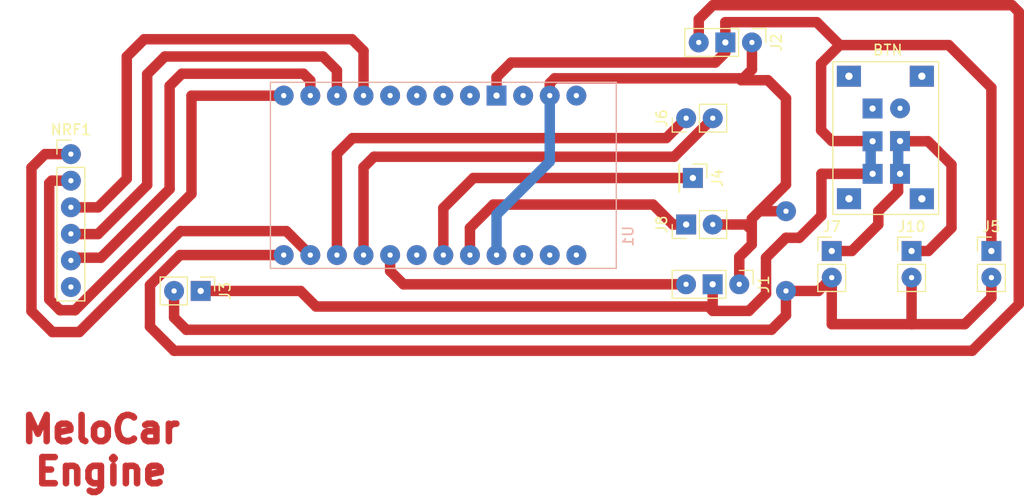
<source format=kicad_pcb>
(kicad_pcb (version 20211014) (generator pcbnew)
  (layers (0 "F.Cu" signal) (31 "B.Cu" signal) (34 "B.Paste" user) (35 "F.Paste" user) (36 "B.SilkS" user "B.Silkscreen") (37 "F.SilkS" user "F.Silkscreen") (38 "B.Mask" user) (39 "F.Mask" user) (44 "Edge.Cuts" user))
  (net 0 "")
  (net 1 "GND")
  (net 2 "+12V")
  (net 3 "+5V")
  (net 15 "Net-(U1-PadJP7_2)")
  (net 16 "Net-(U1-PadJP6_12)")
  (net 17 "Net-(U1-PadJP6_9)")
  (net 18 "Net-(U1-PadJP6_10)")
  (net 19 "Net-(U1-PadJP6_11)")
  (net 20 "Net-(J8-Pad1)")
  (net 21 "Net-(J1-Pad3)")
  (net 22 "Net-(J6-Pad1)")
  (net 23 "Net-(J6-Pad2)")
  (net 24 "Net-(J2-Pad3)")
  (net 25 "Net-(U1-PadJP7_7)")
  (footprint "Connector_PinHeader_2.54mm:PinHeader_1x06_P2.54mm_Vertical" (layer "F.Cu") (at 18.087792 26.29412)
    (fp_text reference "NRF1" (at 0 -2.33) (layer "F.SilkS"))
    (fp_text value "Conn_01x06_Male")
    (fp_line (start -1.33 1.27) (end 1.33 1.27) (layer "F.SilkS") (width 0.12))
    (fp_line (start -1.33 14.03) (end 1.33 14.03) (layer "F.SilkS") (width 0.12))
    (fp_line (start -1.33 -1.33) (end 0 -1.33) (layer "F.SilkS") (width 0.12))
    (fp_line (start -1.33 1.27) (end -1.33 14.03) (layer "F.SilkS") (width 0.12))
    (fp_line (start 1.33 1.27) (end 1.33 14.03) (layer "F.SilkS") (width 0.12))
    (fp_line (start -1.33 0) (end -1.33 -1.33) (layer "F.SilkS") (width 0.12))
    (pad "1" thru_hole oval (at 0 0) (size 1.9 1.9) (drill 0.5) (layers *.Cu *.Mask) (net 15 "Net-(U1-PadJP7_2)"))
    (pad "2" thru_hole oval (at 0 2.54) (size 1.9 1.9) (drill 0.5) (layers *.Cu *.Mask) (net 16 "Net-(U1-PadJP6_12)"))
    (pad "3" thru_hole oval (at 0 5.08) (size 1.9 1.9) (drill 0.5) (layers *.Cu *.Mask) (net 17 "Net-(U1-PadJP6_9)"))
    (pad "4" thru_hole oval (at 0 7.62) (size 1.9 1.9) (drill 0.5) (layers *.Cu *.Mask) (net 18 "Net-(U1-PadJP6_10)"))
    (pad "5" thru_hole oval (at 0 10.16) (size 1.9 1.9) (drill 0.5) (layers *.Cu *.Mask) (net 19 "Net-(U1-PadJP6_11)"))
    (pad "6" thru_hole oval (at 0 12.7) (size 1.9 1.9) (drill 0.5) (layers *.Cu *.Mask))
  )
  (footprint "Connector_PinHeader_2.54mm:PinHeader_1x01_P2.54mm_Vertical" (layer "F.Cu") (at 77.47 28.575 -90)
    (fp_text reference "J4" (at 0 -2.33 90) (layer "F.SilkS"))
    (fp_text value "Accel")
    (fp_line (start -1.33 1.33) (end 1.33 1.33) (layer "F.SilkS") (width 0.12))
    (fp_line (start -1.33 -1.33) (end 0 -1.33) (layer "F.SilkS") (width 0.12))
    (fp_line (start -1.33 1.27) (end 1.33 1.27) (layer "F.SilkS") (width 0.12))
    (fp_line (start -1.33 1.27) (end -1.33 1.33) (layer "F.SilkS") (width 0.12))
    (fp_line (start -1.33 0) (end -1.33 -1.33) (layer "F.SilkS") (width 0.12))
    (fp_line (start 1.33 1.27) (end 1.33 1.33) (layer "F.SilkS") (width 0.12))
    (pad "1" thru_hole rect (at 0 0 270) (size 1.9 1.9) (drill 0.6) (layers *.Cu *.Mask) (net 25 "Net-(U1-PadJP7_7)"))
  )
  (footprint "Connector_PinHeader_2.54mm:PinHeader_1x02_P2.54mm_Vertical" (layer "F.Cu") (at 98.350716 35.555)
    (fp_text reference "J10" (at 0 -2.33) (layer "F.SilkS"))
    (fp_text value "Motor-PWR-IN")
    (fp_line (start -1.33 3.87) (end 1.33 3.87) (layer "F.SilkS") (width 0.12))
    (fp_line (start -1.33 1.27) (end -1.33 3.87) (layer "F.SilkS") (width 0.12))
    (fp_line (start 1.33 1.27) (end 1.33 3.87) (layer "F.SilkS") (width 0.12))
    (fp_line (start -1.33 -1.33) (end 0 -1.33) (layer "F.SilkS") (width 0.12))
    (fp_line (start -1.33 1.27) (end 1.33 1.27) (layer "F.SilkS") (width 0.12))
    (fp_line (start -1.33 0) (end -1.33 -1.33) (layer "F.SilkS") (width 0.12))
    (pad "1" thru_hole rect (at 0 0) (size 1.9 1.9) (drill 0.6) (layers *.Cu *.Mask) (net 2 "+12V"))
    (pad "2" thru_hole oval (at 0 2.54) (size 1.9 1.9) (drill 0.5) (layers *.Cu *.Mask) (net 1 "GND"))
  )
  (footprint "Connector_PinHeader_2.54mm:PinHeader_1x03_P2.54mm_Vertical" (layer "F.Cu") (at 81.9 38.735 -90)
    (fp_text reference "J1" (at 0 -2.33 90) (layer "F.SilkS"))
    (fp_text value "Led")
    (fp_line (start -1.33 1.27) (end 1.33 1.27) (layer "F.SilkS") (width 0.12))
    (fp_line (start 1.33 1.27) (end 1.33 6.41) (layer "F.SilkS") (width 0.12))
    (fp_line (start -1.33 -1.33) (end 0 -1.33) (layer "F.SilkS") (width 0.12))
    (fp_line (start -1.33 0) (end -1.33 -1.33) (layer "F.SilkS") (width 0.12))
    (fp_line (start -1.33 1.27) (end -1.33 6.41) (layer "F.SilkS") (width 0.12))
    (fp_line (start -1.33 6.41) (end 1.33 6.41) (layer "F.SilkS") (width 0.12))
    (pad "1" thru_hole oval (at 0 0 270) (size 1.9 1.9) (drill 0.5) (layers *.Cu *.Mask) (net 1 "GND"))
    (pad "2" thru_hole rect (at 0 2.54 270) (size 1.9 1.9) (drill 0.6) (layers *.Cu *.Mask) (net 3 "+5V"))
    (pad "3" thru_hole oval (at 0 5.08 270) (size 1.9 1.9) (drill 0.5) (layers *.Cu *.Mask) (net 21 "Net-(J1-Pad3)"))
  )
  (footprint "Connector_PinHeader_2.54mm:PinHeader_1x02_P2.54mm_Vertical" (layer "F.Cu") (at 76.83 22.86 90)
    (fp_text reference "J6" (at 0 -2.33 90) (layer "F.SilkS"))
    (fp_text value "MOTOR-CTRL")
    (fp_line (start 1.33 1.27) (end 1.33 3.87) (layer "F.SilkS") (width 0.12))
    (fp_line (start -1.33 1.27) (end -1.33 3.87) (layer "F.SilkS") (width 0.12))
    (fp_line (start -1.33 0) (end -1.33 -1.33) (layer "F.SilkS") (width 0.12))
    (fp_line (start -1.33 3.87) (end 1.33 3.87) (layer "F.SilkS") (width 0.12))
    (fp_line (start -1.33 -1.33) (end 0 -1.33) (layer "F.SilkS") (width 0.12))
    (fp_line (start -1.33 1.27) (end 1.33 1.27) (layer "F.SilkS") (width 0.12))
    (pad "1" thru_hole oval (at 0 0 90) (size 1.9 1.9) (drill 0.5) (layers *.Cu *.Mask) (net 22 "Net-(J6-Pad1)"))
    (pad "2" thru_hole oval (at 0 2.54 90) (size 1.9 1.9) (drill 0.5) (layers *.Cu *.Mask) (net 23 "Net-(J6-Pad2)"))
  )
  (footprint "" (layer "F.Cu") (at 86.36 31.75)
    (fp_text reference "" (at 0 0) (layer "F.SilkS") (effects (font (size 1.27 1.27))))
    (fp_text value "" (at 0 0) (layer "F.SilkS") (effects (font (size 1.27 1.27))))
    (pad "2" thru_hole oval (at 0 0) (size 1.9 1.9) (drill 0.5) (layers *.Cu *.Mask) (net 1 "GND"))
  )
  (footprint "Connector_PinHeader_2.54mm:PinHeader_1x02_P2.54mm_Vertical" (layer "F.Cu") (at 105.970716 35.555)
    (fp_text reference "J5" (at 0 -2.33) (layer "F.SilkS"))
    (fp_text value "Micro-Power-IN")
    (fp_line (start 1.33 1.27) (end 1.33 3.87) (layer "F.SilkS") (width 0.12))
    (fp_line (start -1.33 3.87) (end 1.33 3.87) (layer "F.SilkS") (width 0.12))
    (fp_line (start -1.33 1.27) (end 1.33 1.27) (layer "F.SilkS") (width 0.12))
    (fp_line (start -1.33 -1.33) (end 0 -1.33) (layer "F.SilkS") (width 0.12))
    (fp_line (start -1.33 0) (end -1.33 -1.33) (layer "F.SilkS") (width 0.12))
    (fp_line (start -1.33 1.27) (end -1.33 3.87) (layer "F.SilkS") (width 0.12))
    (pad "1" thru_hole rect (at 0 0) (size 1.9 1.9) (drill 0.6) (layers *.Cu *.Mask) (net 3 "+5V"))
    (pad "2" thru_hole oval (at 0 2.54) (size 1.9 1.9) (drill 0.5) (layers *.Cu *.Mask) (net 1 "GND"))
  )
  (footprint "Connector_PinHeader_2.54mm:PinHeader_1x02_P2.54mm_Vertical" (layer "F.Cu") (at 76.83 33.02 90)
    (fp_text reference "J8" (at 0 -2.33 90) (layer "F.SilkS"))
    (fp_text value "Horn")
    (fp_line (start -1.33 -1.33) (end 0 -1.33) (layer "F.SilkS") (width 0.12))
    (fp_line (start -1.33 1.27) (end 1.33 1.27) (layer "F.SilkS") (width 0.12))
    (fp_line (start -1.33 1.27) (end -1.33 3.87) (layer "F.SilkS") (width 0.12))
    (fp_line (start 1.33 1.27) (end 1.33 3.87) (layer "F.SilkS") (width 0.12))
    (fp_line (start -1.33 0) (end -1.33 -1.33) (layer "F.SilkS") (width 0.12))
    (fp_line (start -1.33 3.87) (end 1.33 3.87) (layer "F.SilkS") (width 0.12))
    (pad "1" thru_hole rect (at 0 0 90) (size 1.9 1.9) (drill 0.6) (layers *.Cu *.Mask) (net 20 "Net-(J8-Pad1)"))
    (pad "2" thru_hole oval (at 0 2.54 90) (size 1.9 1.9) (drill 0.5) (layers *.Cu *.Mask) (net 1 "GND"))
  )
  (footprint "Connector_PinHeader_2.54mm:PinHeader_1x03_P2.54mm_Vertical" (layer "F.Cu") (at 83.110716 15.621 -90)
    (fp_text reference "J2" (at 0 -2.33 90) (layer "F.SilkS"))
    (fp_text value "Servo")
    (fp_line (start -1.33 0) (end -1.33 -1.33) (layer "F.SilkS") (width 0.12))
    (fp_line (start -1.33 1.27) (end -1.33 6.41) (layer "F.SilkS") (width 0.12))
    (fp_line (start -1.33 6.41) (end 1.33 6.41) (layer "F.SilkS") (width 0.12))
    (fp_line (start 1.33 1.27) (end 1.33 6.41) (layer "F.SilkS") (width 0.12))
    (fp_line (start -1.33 -1.33) (end 0 -1.33) (layer "F.SilkS") (width 0.12))
    (fp_line (start -1.33 1.27) (end 1.33 1.27) (layer "F.SilkS") (width 0.12))
    (pad "1" thru_hole oval (at 0 0 270) (size 1.9 1.9) (drill 0.5) (layers *.Cu *.Mask) (net 1 "GND"))
    (pad "2" thru_hole rect (at 0 2.54 270) (size 1.9 1.9) (drill 0.6) (layers *.Cu *.Mask) (net 3 "+5V"))
    (pad "3" thru_hole oval (at 0 5.08 270) (size 1.9 1.9) (drill 0.5) (layers *.Cu *.Mask) (net 24 "Net-(J2-Pad3)"))
  )
  (footprint "Connector_PinHeader_2.54mm:PushButton_6_pin" (layer "F.Cu") (at 92.332 18.968)
    (fp_text reference "BTN" (at 3.74 -2.618) (layer "F.SilkS"))
    (fp_text value "PushButton_6_pin")
    (fp_line (start -1.491194 -1.496) (end 8.602 -1.496) (layer "F.SilkS") (width 0.12))
    (fp_line (start -1.491194 13.09) (end 8.602 13.09) (layer "F.SilkS") (width 0.12))
    (fp_line (start 8.602 -1.496) (end 8.602 13.09) (layer "F.SilkS") (width 0.12))
    (fp_line (start -1.491194 -1.496) (end -1.491194 13.09) (layer "F.SilkS") (width 0.12))
    (pad "" thru_hole rect (at 0.043736 11.586152) (size 2.3 2) (drill 0.7) (layers *.Cu *.Mask))
    (pad "" thru_hole rect (at 0.03893 -0.118391) (size 2.3 2) (drill 0.7) (layers *.Cu *.Mask))
    (pad "" thru_hole rect (at 7.000509 11.59419) (size 2.3 2) (drill 0.7) (layers *.Cu *.Mask))
    (pad "" thru_hole rect (at 7.000509 -0.118391) (size 2.3 2) (drill 0.7) (layers *.Cu *.Mask))
    (pad "1" thru_hole rect (at 2.294688 2.967779) (size 1.9 1.9) (drill 0.6) (layers *.Cu *.Mask))
    (pad "2" thru_hole oval (at 4.918896 2.948554) (size 1.9 1.9) (drill 0.5) (layers *.Cu *.Mask))
    (pad "3" thru_hole rect (at 2.29506 6.097205) (size 1.9 1.9) (drill 0.6) (layers *.Cu *.Mask) (net 3 "+5V"))
    (pad "4" thru_hole rect (at 4.919268 6.07798) (size 1.9 1.9) (drill 0.6) (layers *.Cu *.Mask) (net 2 "+12V"))
    (pad "5" thru_hole rect (at 2.30164 9.207406) (size 1.9 1.9) (drill 0.6) (layers *.Cu *.Mask) (net 3 "+5V"))
    (pad "6" thru_hole rect (at 4.91964 9.207406) (size 1.9 1.9) (drill 0.6) (layers *.Cu *.Mask) (net 2 "+12V"))
  )
  (footprint "" (layer "F.Cu") (at 86.36 39.37)
    (fp_text reference "" (at 0 0) (layer "F.SilkS") (effects (font (size 1.27 1.27))))
    (fp_text value "" (at 0 0) (layer "F.SilkS") (effects (font (size 1.27 1.27))))
    (pad "2" thru_hole oval (at 0 0) (size 1.9 1.9) (drill 0.5) (layers *.Cu *.Mask) (net 1 "GND"))
  )
  (footprint "Connector_PinHeader_2.54mm:PinHeader_1x02_P2.54mm_Vertical" (layer "F.Cu") (at 90.730716 35.555)
    (fp_text reference "J7" (at 0 -2.33) (layer "F.SilkS"))
    (fp_text value "MOTOR-PWR-OUT")
    (fp_line (start 1.33 1.27) (end 1.33 3.87) (layer "F.SilkS") (width 0.12))
    (fp_line (start -1.33 1.27) (end 1.33 1.27) (layer "F.SilkS") (width 0.12))
    (fp_line (start -1.33 1.27) (end -1.33 3.87) (layer "F.SilkS") (width 0.12))
    (fp_line (start -1.33 0) (end -1.33 -1.33) (layer "F.SilkS") (width 0.12))
    (fp_line (start -1.33 3.87) (end 1.33 3.87) (layer "F.SilkS") (width 0.12))
    (fp_line (start -1.33 -1.33) (end 0 -1.33) (layer "F.SilkS") (width 0.12))
    (pad "1" thru_hole rect (at 0 0) (size 1.9 1.9) (drill 0.6) (layers *.Cu *.Mask) (net 2 "+12V"))
    (pad "2" thru_hole oval (at 0 2.54) (size 1.9 1.9) (drill 0.5) (layers *.Cu *.Mask) (net 1 "GND"))
  )
  (footprint "Connector_PinHeader_2.54mm:PinHeader_1x02_P2.54mm_Vertical" (layer "F.Cu") (at 30.48 39.37 -90)
    (fp_text reference "J3" (at 0 -2.33 90) (layer "F.SilkS"))
    (fp_text value "NRF-Power")
    (fp_line (start -1.33 -1.33) (end 0 -1.33) (layer "F.SilkS") (width 0.12))
    (fp_line (start 1.33 1.27) (end 1.33 3.87) (layer "F.SilkS") (width 0.12))
    (fp_line (start -1.33 1.27) (end 1.33 1.27) (layer "F.SilkS") (width 0.12))
    (fp_line (start -1.33 0) (end -1.33 -1.33) (layer "F.SilkS") (width 0.12))
    (fp_line (start -1.33 1.27) (end -1.33 3.87) (layer "F.SilkS") (width 0.12))
    (fp_line (start -1.33 3.87) (end 1.33 3.87) (layer "F.SilkS") (width 0.12))
    (pad "1" thru_hole rect (at 0 0 270) (size 1.9 1.9) (drill 0.6) (layers *.Cu *.Mask) (net 3 "+5V"))
    (pad "2" thru_hole oval (at 0 2.54 270) (size 1.9 1.9) (drill 0.5) (layers *.Cu *.Mask) (net 1 "GND"))
  )
  (footprint "Arduino pro mini:MODULE_ARDUINO_PRO_MINI" (layer "B.Cu") (at 53.646716 28.321 90)
    (fp_text reference "U1" (at -5.825 17.635 90) (layer "B.SilkS") (effects (justify mirror)))
    (fp_text value "ARDUINO_PRO_MINI")
    (fp_line (start -8.89 16.51) (end -8.89 -16.51) (layer "B.SilkS") (width 0.127))
    (fp_line (start 8.89 -16.51) (end 8.89 16.51) (layer "B.SilkS") (width 0.127))
    (fp_line (start 8.89 16.51) (end -8.89 16.51) (layer "B.SilkS") (width 0.127))
    (fp_line (start -8.89 -16.51) (end 8.89 -16.51) (layer "B.SilkS") (width 0.127))
    (pad "JP6_1" thru_hole oval (at 7.62 12.7 90) (size 1.9 1.9) (drill 0.5) (layers *.Cu *.Mask))
    (pad "JP6_2" thru_hole oval (at 7.62 10.16 90) (size 1.9 1.9) (drill 0.5) (layers *.Cu *.Mask) (net 1 "GND"))
    (pad "JP6_3" thru_hole oval (at 7.62 7.62 90) (size 1.9 1.9) (drill 0.5) (layers *.Cu *.Mask))
    (pad "JP6_4" thru_hole rect (at 7.62 5.08 90) (size 1.9 1.9) (drill 0.6) (layers *.Cu *.Mask) (net 3 "+5V"))
    (pad "JP6_5" thru_hole oval (at 7.62 2.54 90) (size 1.9 1.9) (drill 0.5) (layers *.Cu *.Mask))
    (pad "JP6_6" thru_hole oval (at 7.62 0 90) (size 1.9 1.9) (drill 0.5) (layers *.Cu *.Mask))
    (pad "JP6_7" thru_hole oval (at 7.62 -2.54 90) (size 1.9 1.9) (drill 0.5) (layers *.Cu *.Mask))
    (pad "JP6_8" thru_hole oval (at 7.62 -5.08 90) (size 1.9 1.9) (drill 0.5) (layers *.Cu *.Mask))
    (pad "JP6_9" thru_hole oval (at 7.62 -7.62 90) (size 1.9 1.9) (drill 0.5) (layers *.Cu *.Mask) (net 17 "Net-(U1-PadJP6_9)"))
    (pad "JP6_10" thru_hole oval (at 7.62 -10.16 90) (size 1.9 1.9) (drill 0.5) (layers *.Cu *.Mask) (net 18 "Net-(U1-PadJP6_10)"))
    (pad "JP6_11" thru_hole oval (at 7.62 -12.7 90) (size 1.9 1.9) (drill 0.5) (layers *.Cu *.Mask) (net 19 "Net-(U1-PadJP6_11)"))
    (pad "JP6_12" thru_hole oval (at 7.62 -15.24 90) (size 1.9 1.9) (drill 0.5) (layers *.Cu *.Mask) (net 16 "Net-(U1-PadJP6_12)"))
    (pad "JP7_1" thru_hole oval (at -7.62 -15.24 90) (size 1.9 1.9) (drill 0.5) (layers *.Cu *.Mask) (net 24 "Net-(J2-Pad3)"))
    (pad "JP7_2" thru_hole oval (at -7.62 -12.7 90) (size 1.9 1.9) (drill 0.5) (layers *.Cu *.Mask) (net 15 "Net-(U1-PadJP7_2)"))
    (pad "JP7_3" thru_hole oval (at -7.62 -10.16 90) (size 1.9 1.9) (drill 0.5) (layers *.Cu *.Mask) (net 22 "Net-(J6-Pad1)"))
    (pad "JP7_4" thru_hole oval (at -7.62 -7.62 90) (size 1.9 1.9) (drill 0.5) (layers *.Cu *.Mask) (net 23 "Net-(J6-Pad2)"))
    (pad "JP7_5" thru_hole oval (at -7.62 -5.08 90) (size 1.9 1.9) (drill 0.5) (layers *.Cu *.Mask) (net 21 "Net-(J1-Pad3)"))
    (pad "JP7_6" thru_hole oval (at -7.62 -2.54 90) (size 1.9 1.9) (drill 0.5) (layers *.Cu *.Mask))
    (pad "JP7_7" thru_hole oval (at -7.62 0 90) (size 1.9 1.9) (drill 0.5) (layers *.Cu *.Mask) (net 25 "Net-(U1-PadJP7_7)"))
    (pad "JP7_8" thru_hole oval (at -7.62 2.54 90) (size 1.9 1.9) (drill 0.5) (layers *.Cu *.Mask) (net 20 "Net-(J8-Pad1)"))
    (pad "JP7_9" thru_hole oval (at -7.62 5.08 90) (size 1.9 1.9) (drill 0.5) (layers *.Cu *.Mask) (net 1 "GND"))
    (pad "JP7_10" thru_hole oval (at -7.62 7.62 90) (size 1.9 1.9) (drill 0.5) (layers *.Cu *.Mask))
    (pad "JP7_11" thru_hole oval (at -7.62 10.16 90) (size 1.9 1.9) (drill 0.5) (layers *.Cu *.Mask))
    (pad "JP7_12" thru_hole oval (at -7.62 12.7 90) (size 1.9 1.9) (drill 0.5) (layers *.Cu *.Mask))
  )
  (gr_text "MeloCar\nEngine" (at 20.955 54.61) (layer "F.Cu") (effects (font (size 2.5 2.5) (thickness 0.625))))
  (segment (start 86.36 29.205) (end 83.815 31.75) (width 1) (layer "F.Cu") (net 1))
  (segment (start 79.37 33.02) (end 82.55 33.02) (width 1) (layer "F.Cu") (net 1))
  (segment (start 84.976542 43.076837) (end 86.36 41.693379) (width 1) (layer "F.Cu") (net 1))
  (segment (start 27.94 41.91) (end 29.106837 43.076837) (width 1) (layer "F.Cu") (net 1))
  (segment (start 63.806716 20.701) (end 63.806716 19.518616) (width 1) (layer "F.Cu") (net 1))
  (segment (start 81.915 19.05) (end 82.096892 19.231892) (width 1) (layer "F.Cu") (net 1))
  (segment (start 81.9 38.735) (end 81.9 36.120716) (width 1) (layer "F.Cu") (net 1))
  (segment (start 103.430716 42.545) (end 105.970716 40.005) (width 1) (layer "F.Cu") (net 1))
  (segment (start 83.095716 33.565716) (end 83.095716 32.469284) (width 1) (layer "F.Cu") (net 1))
  (segment (start 63.806716 19.518616) (end 64.275332 19.05) (width 1) (layer "F.Cu") (net 1))
  (segment (start 64.275332 19.05) (end 81.915 19.05) (width 1) (layer "F.Cu") (net 1))
  (segment (start 83.110716 15.621) (end 83.110716 18.218067) (width 1) (layer "F.Cu") (net 1))
  (segment (start 82.096892 19.231892) (end 84.636892 19.231892) (width 1) (layer "F.Cu") (net 1))
  (segment (start 89.455716 39.37) (end 90.730716 38.095) (width 1) (layer "F.Cu") (net 1))
  (segment (start 98.350716 42.545) (end 103.430716 42.545) (width 1) (layer "F.Cu") (net 1))
  (segment (start 83.095716 34.925) (end 83.095716 33.565716) (width 1) (layer "F.Cu") (net 1))
  (segment (start 27.94 39.37) (end 27.94 41.91) (width 1) (layer "F.Cu") (net 1))
  (segment (start 83.110716 18.218067) (end 82.096892 19.231892) (width 1) (layer "F.Cu") (net 1))
  (segment (start 86.36 41.693379) (end 86.36 39.37) (width 1) (layer "F.Cu") (net 1))
  (segment (start 83.095716 32.469284) (end 83.815 31.75) (width 1) (layer "F.Cu") (net 1))
  (segment (start 29.106837 43.076837) (end 84.976542 43.076837) (width 1) (layer "F.Cu") (net 1))
  (segment (start 82.55 33.02) (end 83.095716 33.565716) (width 1) (layer "F.Cu") (net 1))
  (segment (start 86.36 20.955) (end 86.36 29.205) (width 1) (layer "F.Cu") (net 1))
  (segment (start 105.970716 40.005) (end 105.970716 38.095) (width 1) (layer "F.Cu") (net 1))
  (segment (start 84.636892 19.231892) (end 86.36 20.955) (width 1) (layer "F.Cu") (net 1))
  (segment (start 81.9 36.120716) (end 83.095716 34.925) (width 1) (layer "F.Cu") (net 1))
  (segment (start 86.36 39.37) (end 89.455716 39.37) (width 1) (layer "F.Cu") (net 1))
  (segment (start 90.730716 38.095) (end 90.730716 42.545) (width 1) (layer "F.Cu") (net 1))
  (segment (start 86.36 31.75) (end 83.815 31.75) (width 1) (layer "F.Cu") (net 1))
  (segment (start 90.730716 42.545) (end 98.350716 42.545) (width 1) (layer "F.Cu") (net 1))
  (segment (start 98.350716 38.095) (end 98.350716 42.545) (width 1) (layer "F.Cu") (net 1))
  (segment (start 63.806716 20.701) (end 63.806716 26.998284) (width 1) (layer "B.Cu") (net 1))
  (segment (start 58.726716 32.078284) (end 58.726716 35.941) (width 1) (layer "B.Cu") (net 1))
  (segment (start 63.806716 26.998284) (end 58.726716 32.078284) (width 1) (layer "B.Cu") (net 1))
  (segment (start 97.062076 29.86364) (end 95.175716 31.75) (width 1) (layer "F.Cu") (net 2))
  (segment (start 99.940716 35.555) (end 98.350716 35.555) (width 1) (layer "F.Cu") (net 2))
  (segment (start 102.160716 27.305) (end 102.160716 33.335) (width 1) (layer "F.Cu") (net 2))
  (segment (start 97.068656 25.065205) (end 99.920921 25.065205) (width 1) (layer "F.Cu") (net 2))
  (segment (start 95.175716 31.75) (end 95.175716 33.02) (width 1) (layer "F.Cu") (net 2))
  (segment (start 95.175716 33.02) (end 92.640716 35.555) (width 1) (layer "F.Cu") (net 2))
  (segment (start 99.920921 25.065205) (end 102.160716 27.305) (width 1) (layer "F.Cu") (net 2))
  (segment (start 102.160716 33.335) (end 99.940716 35.555) (width 1) (layer "F.Cu") (net 2))
  (segment (start 97.062076 28.175406) (end 97.062076 29.86364) (width 1) (layer "F.Cu") (net 2))
  (segment (start 92.640716 35.555) (end 90.730716 35.555) (width 1) (layer "F.Cu") (net 2))
  (segment (start 97.068656 25.065205) (end 97.068656 28.168826) (width 1) (layer "B.Cu") (net 2))
  (segment (start 80.570716 15.621) (end 80.570716 13.68401) (width 1) (layer "F.Cu") (net 3))
  (segment (start 40.005 39.37) (end 41.492558 40.857558) (width 1) (layer "F.Cu") (net 3))
  (segment (start 89.714716 24.014056) (end 90.74664 25.04598) (width 1) (layer "F.Cu") (net 3))
  (segment (start 80.570716 13.68401) (end 89.301726 13.68401) (width 1) (layer "F.Cu") (net 3))
  (segment (start 41.492558 40.857558) (end 78.957558 40.857558) (width 1) (layer "F.Cu") (net 3))
  (segment (start 91.492716 15.875) (end 89.714716 17.653) (width 1) (layer "F.Cu") (net 3))
  (segment (start 79.36 38.735) (end 79.36 41.26) (width 1) (layer "F.Cu") (net 3))
  (segment (start 86.36 34.29) (end 87.63 34.29) (width 1) (layer "F.Cu") (net 3))
  (segment (start 89.744381 32.175619) (end 89.744381 28.175406) (width 1) (layer "F.Cu") (net 3))
  (segment (start 58.726716 18.938792) (end 60.123301 17.542207) (width 1) (layer "F.Cu") (net 3))
  (segment (start 78.957558 40.857558) (end 79.375 41.275) (width 1) (layer "F.Cu") (net 3))
  (segment (start 79.36 41.26) (end 79.375 41.275) (width 1) (layer "F.Cu") (net 3))
  (segment (start 101.898803 15.875) (end 91.492716 15.875) (width 1) (layer "F.Cu") (net 3))
  (segment (start 87.63 34.29) (end 89.744381 32.175619) (width 1) (layer "F.Cu") (net 3))
  (segment (start 89.714716 17.653) (end 89.714716 24.014056) (width 1) (layer "F.Cu") (net 3))
  (segment (start 79.375 41.275) (end 82.823019 41.275) (width 1) (layer "F.Cu") (net 3))
  (segment (start 82.823019 41.275) (end 84.455 39.643019) (width 1) (layer "F.Cu") (net 3))
  (segment (start 89.301726 13.68401) (end 91.492716 15.875) (width 1) (layer "F.Cu") (net 3))
  (segment (start 60.123301 17.542207) (end 79.612793 17.542207) (width 1) (layer "F.Cu") (net 3))
  (segment (start 58.726716 20.701) (end 58.726716 18.938792) (width 1) (layer "F.Cu") (net 3))
  (segment (start 84.455 36.195) (end 86.36 34.29) (width 1) (layer "F.Cu") (net 3))
  (segment (start 84.455 39.643019) (end 84.455 36.195) (width 1) (layer "F.Cu") (net 3))
  (segment (start 90.74664 25.04598) (end 94.444448 25.04598) (width 1) (layer "F.Cu") (net 3))
  (segment (start 79.612793 17.542207) (end 80.570716 16.584284) (width 1) (layer "F.Cu") (net 3))
  (segment (start 89.744381 28.175406) (end 94.444076 28.175406) (width 1) (layer "F.Cu") (net 3))
  (segment (start 80.570716 16.584284) (end 80.570716 15.621) (width 1) (layer "F.Cu") (net 3))
  (segment (start 105.970716 35.555) (end 105.970716 19.946913) (width 1) (layer "F.Cu") (net 3))
  (segment (start 30.48 39.37) (end 40.005 39.37) (width 1) (layer "F.Cu") (net 3))
  (segment (start 105.970716 19.946913) (end 101.898803 15.875) (width 1) (layer "F.Cu") (net 3))
  (segment (start 94.444448 25.04598) (end 94.444448 28.175034) (width 1) (layer "B.Cu") (net 3))
  (segment (start 16.318626 43.299084) (end 14.324833 41.305291) (width 1) (layer "F.Cu") (net 15))
  (segment (start 18.883202 43.299084) (end 16.318626 43.299084) (width 1) (layer "F.Cu") (net 15))
  (segment (start 38.660716 33.655) (end 28.527286 33.655) (width 1) (layer "F.Cu") (net 15))
  (segment (start 14.324833 27.585167) (end 15.61588 26.29412) (width 1) (layer "F.Cu") (net 15))
  (segment (start 14.324833 41.305291) (end 14.324833 27.585167) (width 1) (layer "F.Cu") (net 15))
  (segment (start 28.527286 33.655) (end 18.883202 43.299084) (width 1) (layer "F.Cu") (net 15))
  (segment (start 40.946716 35.941) (end 38.660716 33.655) (width 1) (layer "F.Cu") (net 15))
  (segment (start 15.61588 26.29412) (end 18.087792 26.29412) (width 1) (layer "F.Cu") (net 15))
  (segment (start 29.599787 20.712266) (end 38.39545 20.712266) (width 1) (layer "F.Cu") (net 16))
  (segment (start 18.087792 28.83412) (end 16.25088 28.83412) (width 1) (layer "F.Cu") (net 16))
  (segment (start 16.018511 40.174381) (end 17.057874 41.213744) (width 1) (layer "F.Cu") (net 16))
  (segment (start 29.599787 30.090213) (end 29.599787 20.712266) (width 1) (layer "F.Cu") (net 16))
  (segment (start 18.476256 41.213744) (end 29.599787 30.090213) (width 1) (layer "F.Cu") (net 16))
  (segment (start 17.057874 41.213744) (end 18.476256 41.213744) (width 1) (layer "F.Cu") (net 16))
  (segment (start 16.25088 28.83412) (end 16.018511 29.066489) (width 1) (layer "F.Cu") (net 16))
  (segment (start 16.018511 29.066489) (end 16.018511 40.174381) (width 1) (layer "F.Cu") (net 16))
  (segment (start 44.920537 15.317343) (end 25.083457 15.317343) (width 1) (layer "F.Cu") (net 17))
  (segment (start 46.026716 20.701) (end 46.026716 16.423522) (width 1) (layer "F.Cu") (net 17))
  (segment (start 25.083457 15.317343) (end 23.422414 16.978386) (width 1) (layer "F.Cu") (net 17))
  (segment (start 23.422414 28.647586) (end 20.689418 31.380582) (width 1) (layer "F.Cu") (net 17))
  (segment (start 46.026716 16.423522) (end 44.920537 15.317343) (width 1) (layer "F.Cu") (net 17))
  (segment (start 23.422414 16.978386) (end 23.422414 28.647586) (width 1) (layer "F.Cu") (net 17))
  (segment (start 20.689418 31.380582) (end 18.094254 31.380582) (width 1) (layer "F.Cu") (net 17))
  (segment (start 27.06037 16.96449) (end 25.371718 18.653142) (width 1) (layer "F.Cu") (net 18))
  (segment (start 42.157613 16.96449) (end 27.06037 16.96449) (width 1) (layer "F.Cu") (net 18))
  (segment (start 25.371718 29.238282) (end 20.670697 33.939303) (width 1) (layer "F.Cu") (net 18))
  (segment (start 25.371718 18.653142) (end 25.371718 29.238282) (width 1) (layer "F.Cu") (net 18))
  (segment (start 20.670697 33.939303) (end 18.112975 33.939303) (width 1) (layer "F.Cu") (net 18))
  (segment (start 43.486716 20.701) (end 43.486716 18.293593) (width 1) (layer "F.Cu") (net 18))
  (segment (start 43.486716 18.293593) (end 42.157613 16.96449) (width 1) (layer "F.Cu") (net 18))
  (segment (start 40.946716 19.263495) (end 40.294858 18.611637) (width 1) (layer "F.Cu") (net 19))
  (segment (start 27.513208 19.778796) (end 27.513208 29.636792) (width 1) (layer "F.Cu") (net 19))
  (segment (start 40.946716 20.701) (end 40.946716 19.263495) (width 1) (layer "F.Cu") (net 19))
  (segment (start 28.680367 18.611637) (end 27.513208 19.778796) (width 1) (layer "F.Cu") (net 19))
  (segment (start 27.513208 29.636792) (end 20.955 36.195) (width 1) (layer "F.Cu") (net 19))
  (segment (start 40.294858 18.611637) (end 28.680367 18.611637) (width 1) (layer "F.Cu") (net 19))
  (segment (start 20.955 36.195) (end 18.346912 36.195) (width 1) (layer "F.Cu") (net 19))
  (segment (start 76.83 33.02) (end 75.565 33.02) (width 1) (layer "F.Cu") (net 20))
  (segment (start 75.565 33.02) (end 73.66 31.115) (width 1) (layer "F.Cu") (net 20))
  (segment (start 58.42 31.115) (end 56.186716 33.348284) (width 1) (layer "F.Cu") (net 20))
  (segment (start 73.66 31.115) (end 58.42 31.115) (width 1) (layer "F.Cu") (net 20))
  (segment (start 56.186716 33.348284) (end 56.186716 35.941) (width 1) (layer "F.Cu") (net 20))
  (segment (start 48.566716 37.464688) (end 48.566716 35.941) (width 1) (layer "F.Cu") (net 21))
  (segment (start 49.837028 38.735) (end 48.566716 37.464688) (width 1) (layer "F.Cu") (net 21))
  (segment (start 76.82 38.735) (end 49.837028 38.735) (width 1) (layer "F.Cu") (net 21))
  (segment (start 74.925 24.765) (end 76.83 22.86) (width 1) (layer "F.Cu") (net 22))
  (segment (start 43.486716 26.256624) (end 44.97834 24.765) (width 1) (layer "F.Cu") (net 22))
  (segment (start 43.486716 35.941) (end 43.486716 26.256624) (width 1) (layer "F.Cu") (net 22))
  (segment (start 44.97834 24.765) (end 74.925 24.765) (width 1) (layer "F.Cu") (net 22))
  (segment (start 47.032538 26.544819) (end 46.026716 27.550641) (width 1) (layer "F.Cu") (net 23))
  (segment (start 79.37 22.86) (end 75.685181 26.544819) (width 1) (layer "F.Cu") (net 23))
  (segment (start 46.026716 27.550641) (end 46.026716 35.941) (width 1) (layer "F.Cu") (net 23))
  (segment (start 75.685181 26.544819) (end 47.032538 26.544819) (width 1) (layer "F.Cu") (net 23))
  (segment (start 38.406716 35.941) (end 28.509103 35.941) (width 1) (layer "F.Cu") (net 24))
  (segment (start 27.94 45.085) (end 104.14 45.085) (width 1) (layer "F.Cu") (net 24))
  (segment (start 25.64085 42.78585) (end 27.94 45.085) (width 1) (layer "F.Cu") (net 24))
  (segment (start 104.14 45.085) (end 108.585 40.64) (width 1) (layer "F.Cu") (net 24))
  (segment (start 25.64085 38.809253) (end 25.64085 42.78585) (width 1) (layer "F.Cu") (net 24))
  (segment (start 78.030716 13.409284) (end 78.030716 15.621) (width 1) (layer "F.Cu") (net 24))
  (segment (start 28.509103 35.941) (end 25.64085 38.809253) (width 1) (layer "F.Cu") (net 24))
  (segment (start 108.585 12.7) (end 107.95 12.065) (width 1) (layer "F.Cu") (net 24))
  (segment (start 108.585 40.64) (end 108.585 12.7) (width 1) (layer "F.Cu") (net 24))
  (segment (start 107.95 12.065) (end 79.375 12.065) (width 1) (layer "F.Cu") (net 24))
  (segment (start 79.375 12.065) (end 78.030716 13.409284) (width 1) (layer "F.Cu") (net 24))
  (segment (start 53.646716 31.443284) (end 53.646716 35.941) (width 1) (layer "F.Cu") (net 25))
  (segment (start 77.47 28.575) (end 56.515 28.575) (width 1) (layer "F.Cu") (net 25))
  (segment (start 56.515 28.575) (end 53.646716 31.443284) (width 1) (layer "F.Cu") (net 25))
)
</source>
